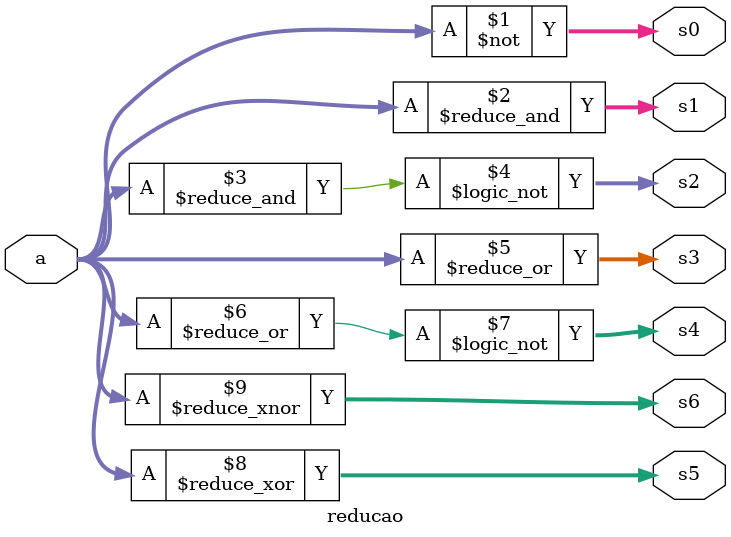
<source format=v>
module reducao(input [3:0] a, output [3:0] s0,s1,s2,s3,s4,s5,s6);
	assign	s0 = ~a;  	//~  			NOT -> 2'b1010
	assign	s1 = &a;		// & 			AND -> 2'b0
	assign	s2 = ~&a;	// ~& 		NAND-> 2'b1
	assign	s3 = |a;		// | 			OR  -> 2'b1
	assign	s4 = ~|a;	// ~| 		NOR -> 2'b0
	assign	s5 = ^a; 	// ^ 			XOR -> 2'b0 -> quantidade impar de 1s resultado HIGH, caso contrário LOW
	assign	s6 =  ~^a;	//~^ ou ^~ 	XNOR-> 2'b1 -> quantidade par de 1s resultado HIGH, caso contrário LOW;
endmodule

</source>
